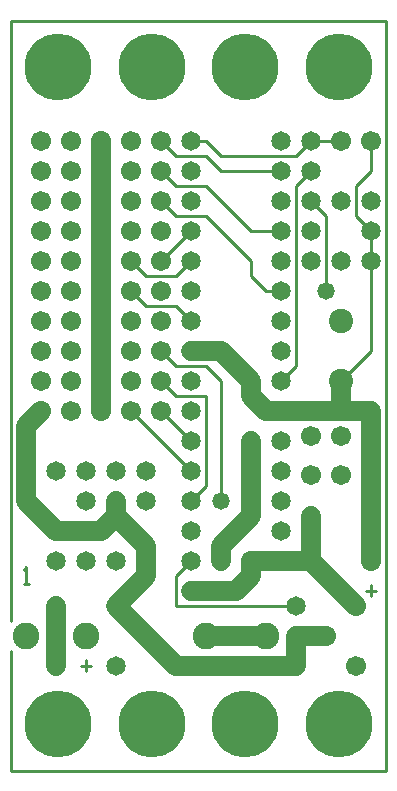
<source format=gtl>
%MOIN*%
%FSLAX25Y25*%
G04 D10 used for Character Trace; *
G04     Circle (OD=.01000) (No hole)*
G04 D11 used for Power Trace; *
G04     Circle (OD=.06700) (No hole)*
G04 D12 used for Signal Trace; *
G04     Circle (OD=.01100) (No hole)*
G04 D13 used for Via; *
G04     Circle (OD=.05800) (Round. Hole ID=.02800)*
G04 D14 used for Component hole; *
G04     Circle (OD=.06500) (Round. Hole ID=.03500)*
G04 D15 used for Component hole; *
G04     Circle (OD=.06700) (Round. Hole ID=.04300)*
G04 D16 used for Component hole; *
G04     Circle (OD=.08100) (Round. Hole ID=.05100)*
G04 D17 used for Component hole; *
G04     Circle (OD=.08900) (Round. Hole ID=.05900)*
G04 D18 used for Component hole; *
G04     Circle (OD=.11300) (Round. Hole ID=.08300)*
G04 D19 used for Component hole; *
G04     Circle (OD=.16000) (Round. Hole ID=.13000)*
G04 D20 used for Component hole; *
G04     Circle (OD=.18300) (Round. Hole ID=.15300)*
G04 D21 used for Component hole; *
G04     Circle (OD=.22291) (Round. Hole ID=.19291)*
%ADD10C,.01000*%
%ADD11C,.06700*%
%ADD12C,.01100*%
%ADD13C,.05800*%
%ADD14C,.06500*%
%ADD15C,.06700*%
%ADD16C,.08100*%
%ADD17C,.08900*%
%ADD18C,.11300*%
%ADD19C,.16000*%
%ADD20C,.18300*%
%ADD21C,.22291*%
%IPPOS*%
%LPD*%
G90*X0Y0D02*D21*X15625Y15625D03*D14*              
X35000Y35000D03*D10*X23326D02*X26674D01*          
X25000Y36914D02*Y33086D01*D13*X15000Y35000D03*D11*
Y55000D01*D13*D03*D17*X25000Y45000D03*D10*        
X4163Y66914D02*X5000Y67871D01*Y62129D01*X4163D02* 
X5837D01*D17*X5000Y45000D03*D12*X0Y0D02*Y40000D01*
Y0D02*X125000D01*Y250000D01*X0D01*Y50000D01*D14*  
X15000Y70000D03*X25000D03*D11*X15000Y80000D02*    
X30000D01*X15000D02*X5000Y90000D01*Y115000D01*    
X10000Y120000D01*D15*D03*X20000Y130000D03*        
Y120000D03*X10000Y130000D03*X30000Y140000D03*D11* 
Y130000D01*D15*D03*D11*Y120000D01*D15*D03*        
X40000Y130000D03*Y120000D03*D12*X60000Y100000D01* 
D14*D03*D12*Y90000D02*X65000Y95000D01*D14*        
X60000Y90000D03*D12*X65000Y95000D02*Y125000D01*   
X55000D01*X50000Y130000D01*D15*D03*D12*           
X55000Y135000D02*X65000D01*X70000Y130000D01*      
Y90000D01*D13*D03*D14*X60000Y80000D03*D11*        
X70000Y75000D02*X80000Y85000D01*X70000Y70000D02*  
Y75000D01*D14*Y70000D03*D13*X60000Y60000D03*D11*  
X75000D01*X80000Y65000D01*Y70000D01*D15*D03*D11*  
X100000D01*X115000Y55000D01*D15*D03*D10*          
X118326Y60000D02*X121674D01*X120000Y61914D02*     
Y58086D01*D15*X105000Y45000D03*D11*X95000D01*D14* 
D03*D11*Y35000D01*X55000D01*X35000Y55000D01*D14*  
D03*D11*X45000Y65000D01*Y70000D01*D14*D03*D11*    
Y75000D01*X35000Y85000D01*X30000Y80000D01*        
X35000Y85000D02*Y90000D01*D14*D03*                
X45000Y100000D03*X25000D03*X45000Y90000D03*       
X35000Y100000D03*X25000Y90000D03*X15000Y100000D03*
X35000Y70000D03*X60000D03*D12*X55000Y65000D01*    
Y55000D01*X95000D01*D14*D03*D17*X85000Y45000D03*  
D11*X65000D01*D17*D03*D21*X46875Y15625D03*        
X78125D03*D14*X90000Y80000D03*D11*                
X100000Y70000D02*Y85000D01*D14*D03*               
X90000Y90000D03*D15*X110000Y98500D03*             
X100000Y98550D03*D14*X90000Y100000D03*D15*        
X120000Y70000D03*D11*Y85000D01*D14*D03*D11*       
Y120000D01*X110000D01*X90000D01*D14*D03*D11*      
X85000D01*X80000Y125000D01*Y130000D01*            
X70000Y140000D01*X60000D01*D14*D03*D12*           
X55000Y135000D02*X50000Y140000D01*D15*D03*D14*    
X60000Y130000D03*Y150000D03*D12*X55000Y155000D01* 
X45000D01*X40000Y160000D01*D15*D03*D12*           
X45000Y165000D02*X55000D01*X60000Y170000D01*D14*  
D03*D15*X50000Y180000D03*Y160000D03*D14*          
X60000Y180000D03*D12*X50000Y170000D01*D15*D03*D12*
X45000Y165000D02*X40000Y170000D01*D15*D03*        
X30000Y180000D03*D11*Y170000D01*D15*D03*D11*      
Y160000D01*D15*D03*D11*Y150000D01*D15*D03*D11*    
Y140000D01*D15*X40000Y150000D03*X20000D03*        
X40000Y140000D03*X20000D03*X50000Y120000D03*D12*  
X60000Y110000D01*D14*D03*Y120000D03*D13*          
X80000Y110000D03*D11*Y85000D01*D15*               
X100000Y111500D03*D14*X90000Y110000D03*D15*       
X110000Y111500D03*D11*Y120000D02*Y130000D01*D16*  
D03*D12*X120000Y140000D01*Y170000D01*D14*D03*D12* 
Y180000D01*D14*D03*D12*X115000Y185000D01*         
Y195000D01*X120000Y200000D01*Y210000D01*D15*D03*  
X110000D03*D12*X100000D01*D14*D03*D12*            
X95000Y205000D01*X70000D01*X65000Y210000D01*      
X60000D01*D14*D03*D12*X70000Y200000D02*           
X65000Y205000D01*X70000Y200000D02*X90000D01*D14*  
D03*D12*X95000Y135000D02*Y195000D01*              
X90000Y130000D02*X95000Y135000D01*D14*            
X90000Y130000D03*Y140000D03*D16*X110000Y150000D03*
D14*X90000D03*X60000Y160000D03*D13*X105000D03*D12*
Y185000D01*X100000Y190000D01*D14*D03*D12*         
X95000Y195000D02*X100000Y200000D01*D14*D03*       
X110000Y190000D03*X90000Y210000D03*Y190000D03*D12*
X80000Y180000D02*X90000D01*D14*D03*               
X100000Y170000D03*D12*X80000Y165000D02*Y170000D01*
X85000Y160000D02*X80000Y165000D01*                
X85000Y160000D02*X90000D01*D14*D03*D12*           
X80000Y170000D02*X65000Y185000D01*X55000D01*      
X50000Y190000D01*D15*D03*D12*X55000Y195000D02*    
X65000D01*X80000Y180000D01*D14*X90000Y170000D03*  
X60000Y200000D03*Y190000D03*X100000Y180000D03*D12*
X55000Y205000D02*X65000D01*X55000Y195000D02*      
X50000Y200000D01*D15*D03*D12*X55000Y205000D02*    
X50000Y210000D01*D15*D03*X40000Y200000D03*        
Y210000D03*X30000Y190000D03*D11*Y180000D01*D15*   
X40000Y190000D03*X20000D03*Y170000D03*            
X40000Y180000D03*D11*X30000Y190000D02*Y200000D01* 
D15*D03*D11*Y210000D01*D15*D03*X20000Y200000D03*  
Y210000D03*X10000Y190000D03*Y210000D03*Y200000D03*
D21*X46875Y234375D03*X15625D03*D15*               
X10000Y180000D03*X20000D03*X10000Y170000D03*      
Y160000D03*X20000D03*D21*X78125Y234375D03*D15*    
X10000Y150000D03*X50000D03*X10000Y140000D03*D14*  
X110000Y170000D03*D21*X109375Y234375D03*D14*      
X120000Y190000D03*D10*X119163Y91914D02*           
X120000Y92871D01*Y87129D01*X119163D02*X120837D01* 
D15*X115000Y35000D03*D21*X109375Y15625D03*M02*    

</source>
